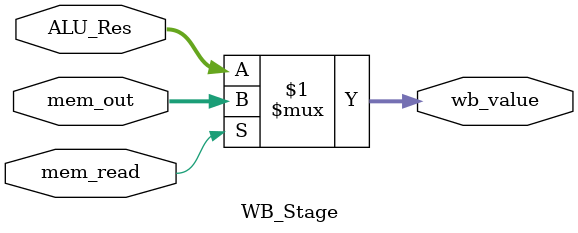
<source format=sv>
`timescale 1ns/1ns
module WB_Stage(
    input[31:0]ALU_Res,
    input[31:0]mem_out,
    input mem_read,
    output[31:0] wb_value
);

assign wb_value = (mem_read)? mem_out:ALU_Res;

endmodule
</source>
